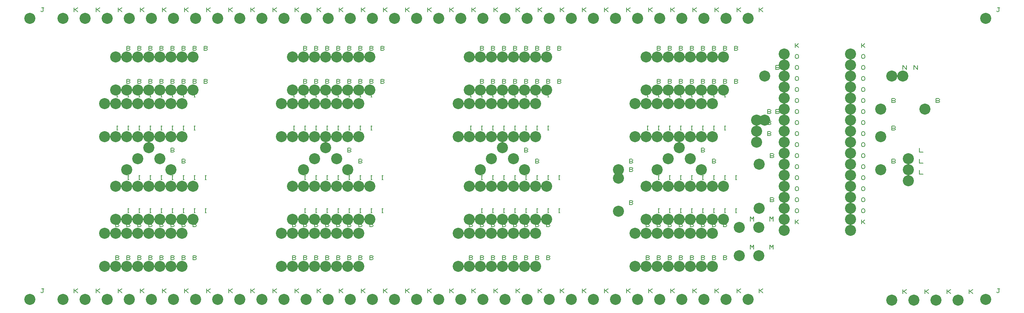
<source format=gbr>
G04 EasyPC Gerber Version 20.0.2 Build 4112 *
G04 #@! TF.Part,Single*
%FSLAX35Y35*%
%MOIN*%
%ADD14C,0.00500*%
%ADD27C,0.10000*%
X0Y0D02*
D02*
D14*
X27750Y44313D02*
X28063Y44000D01*
X28687Y43687*
X29313Y44000*
X29625Y44313*
Y47437*
X30250*
X29625D02*
X28375D01*
X27750Y299313D02*
X28063Y299000D01*
X28687Y298687*
X29313Y299000*
X29625Y299313*
Y302437*
X30250*
X29625D02*
X28375D01*
X57750Y43687D02*
Y47437D01*
Y45563D02*
X58687D01*
X60875Y47437*
X58687Y45563D02*
X60875Y43687D01*
X57750Y298687D02*
Y302437D01*
Y300563D02*
X58687D01*
X60875Y302437*
X58687Y300563D02*
X60875Y298687D01*
X77750Y43687D02*
Y47437D01*
Y45563D02*
X78687D01*
X80875Y47437*
X78687Y45563D02*
X80875Y43687D01*
X77750Y298687D02*
Y302437D01*
Y300563D02*
X78687D01*
X80875Y302437*
X78687Y300563D02*
X80875Y298687D01*
X97437Y75563D02*
X98063Y75250D01*
X98375Y74625*
X98063Y74000*
X97437Y73687*
X95250*
Y77437*
X97437*
X98063Y77125*
X98375Y76500*
X98063Y75875*
X97437Y75563*
X95250*
X97437Y105563D02*
X98063Y105250D01*
X98375Y104625*
X98063Y104000*
X97437Y103687*
X95250*
Y107437*
X97437*
X98063Y107125*
X98375Y106500*
X98063Y105875*
X97437Y105563*
X95250*
X96187Y191187D02*
X97437D01*
X96813D02*
Y194937D01*
X96187D02*
X97437D01*
X96187Y221187D02*
X97437D01*
X96813D02*
Y224937D01*
X96187D02*
X97437D01*
X97750Y43687D02*
Y47437D01*
Y45563D02*
X98687D01*
X100875Y47437*
X98687Y45563D02*
X100875Y43687D01*
X97750Y298687D02*
Y302437D01*
Y300563D02*
X98687D01*
X100875Y302437*
X98687Y300563D02*
X100875Y298687D01*
X107437Y75563D02*
X108063Y75250D01*
X108375Y74625*
X108063Y74000*
X107437Y73687*
X105250*
Y77437*
X107437*
X108063Y77125*
X108375Y76500*
X108063Y75875*
X107437Y75563*
X105250*
X107437Y105563D02*
X108063Y105250D01*
X108375Y104625*
X108063Y104000*
X107437Y103687*
X105250*
Y107437*
X107437*
X108063Y107125*
X108375Y106500*
X108063Y105875*
X107437Y105563*
X105250*
X106187Y116187D02*
X107437D01*
X106813D02*
Y119937D01*
X106187D02*
X107437D01*
X106187Y146187D02*
X107437D01*
X106813D02*
Y149937D01*
X106187D02*
X107437D01*
X106187Y191187D02*
X107437D01*
X106813D02*
Y194937D01*
X106187D02*
X107437D01*
X106187Y221187D02*
X107437D01*
X106813D02*
Y224937D01*
X106187D02*
X107437D01*
Y235563D02*
X108063Y235250D01*
X108375Y234625*
X108063Y234000*
X107437Y233687*
X105250*
Y237437*
X107437*
X108063Y237125*
X108375Y236500*
X108063Y235875*
X107437Y235563*
X105250*
X107437Y265563D02*
X108063Y265250D01*
X108375Y264625*
X108063Y264000*
X107437Y263687*
X105250*
Y267437*
X107437*
X108063Y267125*
X108375Y266500*
X108063Y265875*
X107437Y265563*
X105250*
X117437Y75563D02*
X118063Y75250D01*
X118375Y74625*
X118063Y74000*
X117437Y73687*
X115250*
Y77437*
X117437*
X118063Y77125*
X118375Y76500*
X118063Y75875*
X117437Y75563*
X115250*
X117437Y105563D02*
X118063Y105250D01*
X118375Y104625*
X118063Y104000*
X117437Y103687*
X115250*
Y107437*
X117437*
X118063Y107125*
X118375Y106500*
X118063Y105875*
X117437Y105563*
X115250*
X116187Y116187D02*
X117437D01*
X116813D02*
Y119937D01*
X116187D02*
X117437D01*
X116187Y146187D02*
X117437D01*
X116813D02*
Y149937D01*
X116187D02*
X117437D01*
Y163063D02*
X118063Y162750D01*
X118375Y162125*
X118063Y161500*
X117437Y161187*
X115250*
Y164937*
X117437*
X118063Y164625*
X118375Y164000*
X118063Y163375*
X117437Y163063*
X115250*
X116187Y191187D02*
X117437D01*
X116813D02*
Y194937D01*
X116187D02*
X117437D01*
X116187Y221187D02*
X117437D01*
X116813D02*
Y224937D01*
X116187D02*
X117437D01*
Y235563D02*
X118063Y235250D01*
X118375Y234625*
X118063Y234000*
X117437Y233687*
X115250*
Y237437*
X117437*
X118063Y237125*
X118375Y236500*
X118063Y235875*
X117437Y235563*
X115250*
X117437Y265563D02*
X118063Y265250D01*
X118375Y264625*
X118063Y264000*
X117437Y263687*
X115250*
Y267437*
X117437*
X118063Y267125*
X118375Y266500*
X118063Y265875*
X117437Y265563*
X115250*
X117750Y43687D02*
Y47437D01*
Y45563D02*
X118687D01*
X120875Y47437*
X118687Y45563D02*
X120875Y43687D01*
X117750Y298687D02*
Y302437D01*
Y300563D02*
X118687D01*
X120875Y302437*
X118687Y300563D02*
X120875Y298687D01*
X127437Y75563D02*
X128063Y75250D01*
X128375Y74625*
X128063Y74000*
X127437Y73687*
X125250*
Y77437*
X127437*
X128063Y77125*
X128375Y76500*
X128063Y75875*
X127437Y75563*
X125250*
X127437Y105563D02*
X128063Y105250D01*
X128375Y104625*
X128063Y104000*
X127437Y103687*
X125250*
Y107437*
X127437*
X128063Y107125*
X128375Y106500*
X128063Y105875*
X127437Y105563*
X125250*
X126187Y116187D02*
X127437D01*
X126813D02*
Y119937D01*
X126187D02*
X127437D01*
X126187Y146187D02*
X127437D01*
X126813D02*
Y149937D01*
X126187D02*
X127437D01*
Y173063D02*
X128063Y172750D01*
X128375Y172125*
X128063Y171500*
X127437Y171187*
X125250*
Y174937*
X127437*
X128063Y174625*
X128375Y174000*
X128063Y173375*
X127437Y173063*
X125250*
X126187Y191187D02*
X127437D01*
X126813D02*
Y194937D01*
X126187D02*
X127437D01*
X126187Y221187D02*
X127437D01*
X126813D02*
Y224937D01*
X126187D02*
X127437D01*
Y235563D02*
X128063Y235250D01*
X128375Y234625*
X128063Y234000*
X127437Y233687*
X125250*
Y237437*
X127437*
X128063Y237125*
X128375Y236500*
X128063Y235875*
X127437Y235563*
X125250*
X127437Y265563D02*
X128063Y265250D01*
X128375Y264625*
X128063Y264000*
X127437Y263687*
X125250*
Y267437*
X127437*
X128063Y267125*
X128375Y266500*
X128063Y265875*
X127437Y265563*
X125250*
X137437Y75563D02*
X138063Y75250D01*
X138375Y74625*
X138063Y74000*
X137437Y73687*
X135250*
Y77437*
X137437*
X138063Y77125*
X138375Y76500*
X138063Y75875*
X137437Y75563*
X135250*
X137437Y105563D02*
X138063Y105250D01*
X138375Y104625*
X138063Y104000*
X137437Y103687*
X135250*
Y107437*
X137437*
X138063Y107125*
X138375Y106500*
X138063Y105875*
X137437Y105563*
X135250*
X136187Y116187D02*
X137437D01*
X136813D02*
Y119937D01*
X136187D02*
X137437D01*
X136187Y146187D02*
X137437D01*
X136813D02*
Y149937D01*
X136187D02*
X137437D01*
Y183063D02*
X138063Y182750D01*
X138375Y182125*
X138063Y181500*
X137437Y181187*
X135250*
Y184937*
X137437*
X138063Y184625*
X138375Y184000*
X138063Y183375*
X137437Y183063*
X135250*
X136187Y191187D02*
X137437D01*
X136813D02*
Y194937D01*
X136187D02*
X137437D01*
X136187Y221187D02*
X137437D01*
X136813D02*
Y224937D01*
X136187D02*
X137437D01*
Y235563D02*
X138063Y235250D01*
X138375Y234625*
X138063Y234000*
X137437Y233687*
X135250*
Y237437*
X137437*
X138063Y237125*
X138375Y236500*
X138063Y235875*
X137437Y235563*
X135250*
X137437Y265563D02*
X138063Y265250D01*
X138375Y264625*
X138063Y264000*
X137437Y263687*
X135250*
Y267437*
X137437*
X138063Y267125*
X138375Y266500*
X138063Y265875*
X137437Y265563*
X135250*
X137750Y43687D02*
Y47437D01*
Y45563D02*
X138687D01*
X140875Y47437*
X138687Y45563D02*
X140875Y43687D01*
X137750Y298687D02*
Y302437D01*
Y300563D02*
X138687D01*
X140875Y302437*
X138687Y300563D02*
X140875Y298687D01*
X147437Y75563D02*
X148063Y75250D01*
X148375Y74625*
X148063Y74000*
X147437Y73687*
X145250*
Y77437*
X147437*
X148063Y77125*
X148375Y76500*
X148063Y75875*
X147437Y75563*
X145250*
X147437Y105563D02*
X148063Y105250D01*
X148375Y104625*
X148063Y104000*
X147437Y103687*
X145250*
Y107437*
X147437*
X148063Y107125*
X148375Y106500*
X148063Y105875*
X147437Y105563*
X145250*
X146187Y116187D02*
X147437D01*
X146813D02*
Y119937D01*
X146187D02*
X147437D01*
X146187Y146187D02*
X147437D01*
X146813D02*
Y149937D01*
X146187D02*
X147437D01*
Y173063D02*
X148063Y172750D01*
X148375Y172125*
X148063Y171500*
X147437Y171187*
X145250*
Y174937*
X147437*
X148063Y174625*
X148375Y174000*
X148063Y173375*
X147437Y173063*
X145250*
X146187Y191187D02*
X147437D01*
X146813D02*
Y194937D01*
X146187D02*
X147437D01*
X146187Y221187D02*
X147437D01*
X146813D02*
Y224937D01*
X146187D02*
X147437D01*
Y235563D02*
X148063Y235250D01*
X148375Y234625*
X148063Y234000*
X147437Y233687*
X145250*
Y237437*
X147437*
X148063Y237125*
X148375Y236500*
X148063Y235875*
X147437Y235563*
X145250*
X147437Y265563D02*
X148063Y265250D01*
X148375Y264625*
X148063Y264000*
X147437Y263687*
X145250*
Y267437*
X147437*
X148063Y267125*
X148375Y266500*
X148063Y265875*
X147437Y265563*
X145250*
X157437Y75563D02*
X158063Y75250D01*
X158375Y74625*
X158063Y74000*
X157437Y73687*
X155250*
Y77437*
X157437*
X158063Y77125*
X158375Y76500*
X158063Y75875*
X157437Y75563*
X155250*
X157437Y105563D02*
X158063Y105250D01*
X158375Y104625*
X158063Y104000*
X157437Y103687*
X155250*
Y107437*
X157437*
X158063Y107125*
X158375Y106500*
X158063Y105875*
X157437Y105563*
X155250*
X156187Y116187D02*
X157437D01*
X156813D02*
Y119937D01*
X156187D02*
X157437D01*
X156187Y146187D02*
X157437D01*
X156813D02*
Y149937D01*
X156187D02*
X157437D01*
Y163063D02*
X158063Y162750D01*
X158375Y162125*
X158063Y161500*
X157437Y161187*
X155250*
Y164937*
X157437*
X158063Y164625*
X158375Y164000*
X158063Y163375*
X157437Y163063*
X155250*
X156187Y191187D02*
X157437D01*
X156813D02*
Y194937D01*
X156187D02*
X157437D01*
X156187Y221187D02*
X157437D01*
X156813D02*
Y224937D01*
X156187D02*
X157437D01*
Y235563D02*
X158063Y235250D01*
X158375Y234625*
X158063Y234000*
X157437Y233687*
X155250*
Y237437*
X157437*
X158063Y237125*
X158375Y236500*
X158063Y235875*
X157437Y235563*
X155250*
X157437Y265563D02*
X158063Y265250D01*
X158375Y264625*
X158063Y264000*
X157437Y263687*
X155250*
Y267437*
X157437*
X158063Y267125*
X158375Y266500*
X158063Y265875*
X157437Y265563*
X155250*
X157750Y43687D02*
Y47437D01*
Y45563D02*
X158687D01*
X160875Y47437*
X158687Y45563D02*
X160875Y43687D01*
X157750Y298687D02*
Y302437D01*
Y300563D02*
X158687D01*
X160875Y302437*
X158687Y300563D02*
X160875Y298687D01*
X167437Y75563D02*
X168063Y75250D01*
X168375Y74625*
X168063Y74000*
X167437Y73687*
X165250*
Y77437*
X167437*
X168063Y77125*
X168375Y76500*
X168063Y75875*
X167437Y75563*
X165250*
X167437Y105563D02*
X168063Y105250D01*
X168375Y104625*
X168063Y104000*
X167437Y103687*
X165250*
Y107437*
X167437*
X168063Y107125*
X168375Y106500*
X168063Y105875*
X167437Y105563*
X165250*
X166187Y116187D02*
X167437D01*
X166813D02*
Y119937D01*
X166187D02*
X167437D01*
X166187Y146187D02*
X167437D01*
X166813D02*
Y149937D01*
X166187D02*
X167437D01*
X166187Y191187D02*
X167437D01*
X166813D02*
Y194937D01*
X166187D02*
X167437D01*
X166187Y221187D02*
X167437D01*
X166813D02*
Y224937D01*
X166187D02*
X167437D01*
Y235563D02*
X168063Y235250D01*
X168375Y234625*
X168063Y234000*
X167437Y233687*
X165250*
Y237437*
X167437*
X168063Y237125*
X168375Y236500*
X168063Y235875*
X167437Y235563*
X165250*
X167437Y265563D02*
X168063Y265250D01*
X168375Y264625*
X168063Y264000*
X167437Y263687*
X165250*
Y267437*
X167437*
X168063Y267125*
X168375Y266500*
X168063Y265875*
X167437Y265563*
X165250*
X176187Y116187D02*
X177437D01*
X176813D02*
Y119937D01*
X176187D02*
X177437D01*
X176187Y146187D02*
X177437D01*
X176813D02*
Y149937D01*
X176187D02*
X177437D01*
Y235563D02*
X178063Y235250D01*
X178375Y234625*
X178063Y234000*
X177437Y233687*
X175250*
Y237437*
X177437*
X178063Y237125*
X178375Y236500*
X178063Y235875*
X177437Y235563*
X175250*
X177437Y265563D02*
X178063Y265250D01*
X178375Y264625*
X178063Y264000*
X177437Y263687*
X175250*
Y267437*
X177437*
X178063Y267125*
X178375Y266500*
X178063Y265875*
X177437Y265563*
X175250*
X177750Y43687D02*
Y47437D01*
Y45563D02*
X178687D01*
X180875Y47437*
X178687Y45563D02*
X180875Y43687D01*
X177750Y298687D02*
Y302437D01*
Y300563D02*
X178687D01*
X180875Y302437*
X178687Y300563D02*
X180875Y298687D01*
X197750Y43687D02*
Y47437D01*
Y45563D02*
X198687D01*
X200875Y47437*
X198687Y45563D02*
X200875Y43687D01*
X197750Y298687D02*
Y302437D01*
Y300563D02*
X198687D01*
X200875Y302437*
X198687Y300563D02*
X200875Y298687D01*
X217750Y43687D02*
Y47437D01*
Y45563D02*
X218687D01*
X220875Y47437*
X218687Y45563D02*
X220875Y43687D01*
X217750Y298687D02*
Y302437D01*
Y300563D02*
X218687D01*
X220875Y302437*
X218687Y300563D02*
X220875Y298687D01*
X237750Y43687D02*
Y47437D01*
Y45563D02*
X238687D01*
X240875Y47437*
X238687Y45563D02*
X240875Y43687D01*
X237750Y298687D02*
Y302437D01*
Y300563D02*
X238687D01*
X240875Y302437*
X238687Y300563D02*
X240875Y298687D01*
X257437Y75563D02*
X258063Y75250D01*
X258375Y74625*
X258063Y74000*
X257437Y73687*
X255250*
Y77437*
X257437*
X258063Y77125*
X258375Y76500*
X258063Y75875*
X257437Y75563*
X255250*
X257437Y105563D02*
X258063Y105250D01*
X258375Y104625*
X258063Y104000*
X257437Y103687*
X255250*
Y107437*
X257437*
X258063Y107125*
X258375Y106500*
X258063Y105875*
X257437Y105563*
X255250*
X256187Y191187D02*
X257437D01*
X256813D02*
Y194937D01*
X256187D02*
X257437D01*
X256187Y221187D02*
X257437D01*
X256813D02*
Y224937D01*
X256187D02*
X257437D01*
X257750Y43687D02*
Y47437D01*
Y45563D02*
X258687D01*
X260875Y47437*
X258687Y45563D02*
X260875Y43687D01*
X257750Y298687D02*
Y302437D01*
Y300563D02*
X258687D01*
X260875Y302437*
X258687Y300563D02*
X260875Y298687D01*
X267437Y75563D02*
X268063Y75250D01*
X268375Y74625*
X268063Y74000*
X267437Y73687*
X265250*
Y77437*
X267437*
X268063Y77125*
X268375Y76500*
X268063Y75875*
X267437Y75563*
X265250*
X267437Y105563D02*
X268063Y105250D01*
X268375Y104625*
X268063Y104000*
X267437Y103687*
X265250*
Y107437*
X267437*
X268063Y107125*
X268375Y106500*
X268063Y105875*
X267437Y105563*
X265250*
X266187Y116187D02*
X267437D01*
X266813D02*
Y119937D01*
X266187D02*
X267437D01*
X266187Y146187D02*
X267437D01*
X266813D02*
Y149937D01*
X266187D02*
X267437D01*
X266187Y191187D02*
X267437D01*
X266813D02*
Y194937D01*
X266187D02*
X267437D01*
X266187Y221187D02*
X267437D01*
X266813D02*
Y224937D01*
X266187D02*
X267437D01*
Y235563D02*
X268063Y235250D01*
X268375Y234625*
X268063Y234000*
X267437Y233687*
X265250*
Y237437*
X267437*
X268063Y237125*
X268375Y236500*
X268063Y235875*
X267437Y235563*
X265250*
X267437Y265563D02*
X268063Y265250D01*
X268375Y264625*
X268063Y264000*
X267437Y263687*
X265250*
Y267437*
X267437*
X268063Y267125*
X268375Y266500*
X268063Y265875*
X267437Y265563*
X265250*
X277437Y75563D02*
X278063Y75250D01*
X278375Y74625*
X278063Y74000*
X277437Y73687*
X275250*
Y77437*
X277437*
X278063Y77125*
X278375Y76500*
X278063Y75875*
X277437Y75563*
X275250*
X277437Y105563D02*
X278063Y105250D01*
X278375Y104625*
X278063Y104000*
X277437Y103687*
X275250*
Y107437*
X277437*
X278063Y107125*
X278375Y106500*
X278063Y105875*
X277437Y105563*
X275250*
X276187Y116187D02*
X277437D01*
X276813D02*
Y119937D01*
X276187D02*
X277437D01*
X276187Y146187D02*
X277437D01*
X276813D02*
Y149937D01*
X276187D02*
X277437D01*
Y163063D02*
X278063Y162750D01*
X278375Y162125*
X278063Y161500*
X277437Y161187*
X275250*
Y164937*
X277437*
X278063Y164625*
X278375Y164000*
X278063Y163375*
X277437Y163063*
X275250*
X276187Y191187D02*
X277437D01*
X276813D02*
Y194937D01*
X276187D02*
X277437D01*
X276187Y221187D02*
X277437D01*
X276813D02*
Y224937D01*
X276187D02*
X277437D01*
Y235563D02*
X278063Y235250D01*
X278375Y234625*
X278063Y234000*
X277437Y233687*
X275250*
Y237437*
X277437*
X278063Y237125*
X278375Y236500*
X278063Y235875*
X277437Y235563*
X275250*
X277437Y265563D02*
X278063Y265250D01*
X278375Y264625*
X278063Y264000*
X277437Y263687*
X275250*
Y267437*
X277437*
X278063Y267125*
X278375Y266500*
X278063Y265875*
X277437Y265563*
X275250*
X277750Y43687D02*
Y47437D01*
Y45563D02*
X278687D01*
X280875Y47437*
X278687Y45563D02*
X280875Y43687D01*
X277750Y298687D02*
Y302437D01*
Y300563D02*
X278687D01*
X280875Y302437*
X278687Y300563D02*
X280875Y298687D01*
X287437Y75563D02*
X288063Y75250D01*
X288375Y74625*
X288063Y74000*
X287437Y73687*
X285250*
Y77437*
X287437*
X288063Y77125*
X288375Y76500*
X288063Y75875*
X287437Y75563*
X285250*
X287437Y105563D02*
X288063Y105250D01*
X288375Y104625*
X288063Y104000*
X287437Y103687*
X285250*
Y107437*
X287437*
X288063Y107125*
X288375Y106500*
X288063Y105875*
X287437Y105563*
X285250*
X286187Y116187D02*
X287437D01*
X286813D02*
Y119937D01*
X286187D02*
X287437D01*
X286187Y146187D02*
X287437D01*
X286813D02*
Y149937D01*
X286187D02*
X287437D01*
Y173063D02*
X288063Y172750D01*
X288375Y172125*
X288063Y171500*
X287437Y171187*
X285250*
Y174937*
X287437*
X288063Y174625*
X288375Y174000*
X288063Y173375*
X287437Y173063*
X285250*
X286187Y191187D02*
X287437D01*
X286813D02*
Y194937D01*
X286187D02*
X287437D01*
X286187Y221187D02*
X287437D01*
X286813D02*
Y224937D01*
X286187D02*
X287437D01*
Y235563D02*
X288063Y235250D01*
X288375Y234625*
X288063Y234000*
X287437Y233687*
X285250*
Y237437*
X287437*
X288063Y237125*
X288375Y236500*
X288063Y235875*
X287437Y235563*
X285250*
X287437Y265563D02*
X288063Y265250D01*
X288375Y264625*
X288063Y264000*
X287437Y263687*
X285250*
Y267437*
X287437*
X288063Y267125*
X288375Y266500*
X288063Y265875*
X287437Y265563*
X285250*
X297437Y75563D02*
X298063Y75250D01*
X298375Y74625*
X298063Y74000*
X297437Y73687*
X295250*
Y77437*
X297437*
X298063Y77125*
X298375Y76500*
X298063Y75875*
X297437Y75563*
X295250*
X297437Y105563D02*
X298063Y105250D01*
X298375Y104625*
X298063Y104000*
X297437Y103687*
X295250*
Y107437*
X297437*
X298063Y107125*
X298375Y106500*
X298063Y105875*
X297437Y105563*
X295250*
X296187Y116187D02*
X297437D01*
X296813D02*
Y119937D01*
X296187D02*
X297437D01*
X296187Y146187D02*
X297437D01*
X296813D02*
Y149937D01*
X296187D02*
X297437D01*
Y183063D02*
X298063Y182750D01*
X298375Y182125*
X298063Y181500*
X297437Y181187*
X295250*
Y184937*
X297437*
X298063Y184625*
X298375Y184000*
X298063Y183375*
X297437Y183063*
X295250*
X296187Y191187D02*
X297437D01*
X296813D02*
Y194937D01*
X296187D02*
X297437D01*
X296187Y221187D02*
X297437D01*
X296813D02*
Y224937D01*
X296187D02*
X297437D01*
Y235563D02*
X298063Y235250D01*
X298375Y234625*
X298063Y234000*
X297437Y233687*
X295250*
Y237437*
X297437*
X298063Y237125*
X298375Y236500*
X298063Y235875*
X297437Y235563*
X295250*
X297437Y265563D02*
X298063Y265250D01*
X298375Y264625*
X298063Y264000*
X297437Y263687*
X295250*
Y267437*
X297437*
X298063Y267125*
X298375Y266500*
X298063Y265875*
X297437Y265563*
X295250*
X297750Y43687D02*
Y47437D01*
Y45563D02*
X298687D01*
X300875Y47437*
X298687Y45563D02*
X300875Y43687D01*
X297750Y298687D02*
Y302437D01*
Y300563D02*
X298687D01*
X300875Y302437*
X298687Y300563D02*
X300875Y298687D01*
X307437Y75563D02*
X308063Y75250D01*
X308375Y74625*
X308063Y74000*
X307437Y73687*
X305250*
Y77437*
X307437*
X308063Y77125*
X308375Y76500*
X308063Y75875*
X307437Y75563*
X305250*
X307437Y105563D02*
X308063Y105250D01*
X308375Y104625*
X308063Y104000*
X307437Y103687*
X305250*
Y107437*
X307437*
X308063Y107125*
X308375Y106500*
X308063Y105875*
X307437Y105563*
X305250*
X306187Y116187D02*
X307437D01*
X306813D02*
Y119937D01*
X306187D02*
X307437D01*
X306187Y146187D02*
X307437D01*
X306813D02*
Y149937D01*
X306187D02*
X307437D01*
Y173063D02*
X308063Y172750D01*
X308375Y172125*
X308063Y171500*
X307437Y171187*
X305250*
Y174937*
X307437*
X308063Y174625*
X308375Y174000*
X308063Y173375*
X307437Y173063*
X305250*
X306187Y191187D02*
X307437D01*
X306813D02*
Y194937D01*
X306187D02*
X307437D01*
X306187Y221187D02*
X307437D01*
X306813D02*
Y224937D01*
X306187D02*
X307437D01*
Y235563D02*
X308063Y235250D01*
X308375Y234625*
X308063Y234000*
X307437Y233687*
X305250*
Y237437*
X307437*
X308063Y237125*
X308375Y236500*
X308063Y235875*
X307437Y235563*
X305250*
X307437Y265563D02*
X308063Y265250D01*
X308375Y264625*
X308063Y264000*
X307437Y263687*
X305250*
Y267437*
X307437*
X308063Y267125*
X308375Y266500*
X308063Y265875*
X307437Y265563*
X305250*
X317437Y75563D02*
X318063Y75250D01*
X318375Y74625*
X318063Y74000*
X317437Y73687*
X315250*
Y77437*
X317437*
X318063Y77125*
X318375Y76500*
X318063Y75875*
X317437Y75563*
X315250*
X317437Y105563D02*
X318063Y105250D01*
X318375Y104625*
X318063Y104000*
X317437Y103687*
X315250*
Y107437*
X317437*
X318063Y107125*
X318375Y106500*
X318063Y105875*
X317437Y105563*
X315250*
X316187Y116187D02*
X317437D01*
X316813D02*
Y119937D01*
X316187D02*
X317437D01*
X316187Y146187D02*
X317437D01*
X316813D02*
Y149937D01*
X316187D02*
X317437D01*
Y163063D02*
X318063Y162750D01*
X318375Y162125*
X318063Y161500*
X317437Y161187*
X315250*
Y164937*
X317437*
X318063Y164625*
X318375Y164000*
X318063Y163375*
X317437Y163063*
X315250*
X316187Y191187D02*
X317437D01*
X316813D02*
Y194937D01*
X316187D02*
X317437D01*
X316187Y221187D02*
X317437D01*
X316813D02*
Y224937D01*
X316187D02*
X317437D01*
Y235563D02*
X318063Y235250D01*
X318375Y234625*
X318063Y234000*
X317437Y233687*
X315250*
Y237437*
X317437*
X318063Y237125*
X318375Y236500*
X318063Y235875*
X317437Y235563*
X315250*
X317437Y265563D02*
X318063Y265250D01*
X318375Y264625*
X318063Y264000*
X317437Y263687*
X315250*
Y267437*
X317437*
X318063Y267125*
X318375Y266500*
X318063Y265875*
X317437Y265563*
X315250*
X317750Y43687D02*
Y47437D01*
Y45563D02*
X318687D01*
X320875Y47437*
X318687Y45563D02*
X320875Y43687D01*
X317750Y298687D02*
Y302437D01*
Y300563D02*
X318687D01*
X320875Y302437*
X318687Y300563D02*
X320875Y298687D01*
X327437Y75563D02*
X328063Y75250D01*
X328375Y74625*
X328063Y74000*
X327437Y73687*
X325250*
Y77437*
X327437*
X328063Y77125*
X328375Y76500*
X328063Y75875*
X327437Y75563*
X325250*
X327437Y105563D02*
X328063Y105250D01*
X328375Y104625*
X328063Y104000*
X327437Y103687*
X325250*
Y107437*
X327437*
X328063Y107125*
X328375Y106500*
X328063Y105875*
X327437Y105563*
X325250*
X326187Y116187D02*
X327437D01*
X326813D02*
Y119937D01*
X326187D02*
X327437D01*
X326187Y146187D02*
X327437D01*
X326813D02*
Y149937D01*
X326187D02*
X327437D01*
X326187Y191187D02*
X327437D01*
X326813D02*
Y194937D01*
X326187D02*
X327437D01*
X326187Y221187D02*
X327437D01*
X326813D02*
Y224937D01*
X326187D02*
X327437D01*
Y235563D02*
X328063Y235250D01*
X328375Y234625*
X328063Y234000*
X327437Y233687*
X325250*
Y237437*
X327437*
X328063Y237125*
X328375Y236500*
X328063Y235875*
X327437Y235563*
X325250*
X327437Y265563D02*
X328063Y265250D01*
X328375Y264625*
X328063Y264000*
X327437Y263687*
X325250*
Y267437*
X327437*
X328063Y267125*
X328375Y266500*
X328063Y265875*
X327437Y265563*
X325250*
X336187Y116187D02*
X337437D01*
X336813D02*
Y119937D01*
X336187D02*
X337437D01*
X336187Y146187D02*
X337437D01*
X336813D02*
Y149937D01*
X336187D02*
X337437D01*
Y235563D02*
X338063Y235250D01*
X338375Y234625*
X338063Y234000*
X337437Y233687*
X335250*
Y237437*
X337437*
X338063Y237125*
X338375Y236500*
X338063Y235875*
X337437Y235563*
X335250*
X337437Y265563D02*
X338063Y265250D01*
X338375Y264625*
X338063Y264000*
X337437Y263687*
X335250*
Y267437*
X337437*
X338063Y267125*
X338375Y266500*
X338063Y265875*
X337437Y265563*
X335250*
X337750Y43687D02*
Y47437D01*
Y45563D02*
X338687D01*
X340875Y47437*
X338687Y45563D02*
X340875Y43687D01*
X337750Y298687D02*
Y302437D01*
Y300563D02*
X338687D01*
X340875Y302437*
X338687Y300563D02*
X340875Y298687D01*
X357750Y43687D02*
Y47437D01*
Y45563D02*
X358687D01*
X360875Y47437*
X358687Y45563D02*
X360875Y43687D01*
X357750Y298687D02*
Y302437D01*
Y300563D02*
X358687D01*
X360875Y302437*
X358687Y300563D02*
X360875Y298687D01*
X377750Y43687D02*
Y47437D01*
Y45563D02*
X378687D01*
X380875Y47437*
X378687Y45563D02*
X380875Y43687D01*
X377750Y298687D02*
Y302437D01*
Y300563D02*
X378687D01*
X380875Y302437*
X378687Y300563D02*
X380875Y298687D01*
X397750Y43687D02*
Y47437D01*
Y45563D02*
X398687D01*
X400875Y47437*
X398687Y45563D02*
X400875Y43687D01*
X397750Y298687D02*
Y302437D01*
Y300563D02*
X398687D01*
X400875Y302437*
X398687Y300563D02*
X400875Y298687D01*
X417437Y75563D02*
X418063Y75250D01*
X418375Y74625*
X418063Y74000*
X417437Y73687*
X415250*
Y77437*
X417437*
X418063Y77125*
X418375Y76500*
X418063Y75875*
X417437Y75563*
X415250*
X417437Y105563D02*
X418063Y105250D01*
X418375Y104625*
X418063Y104000*
X417437Y103687*
X415250*
Y107437*
X417437*
X418063Y107125*
X418375Y106500*
X418063Y105875*
X417437Y105563*
X415250*
X416187Y191187D02*
X417437D01*
X416813D02*
Y194937D01*
X416187D02*
X417437D01*
X416187Y221187D02*
X417437D01*
X416813D02*
Y224937D01*
X416187D02*
X417437D01*
X417750Y43687D02*
Y47437D01*
Y45563D02*
X418687D01*
X420875Y47437*
X418687Y45563D02*
X420875Y43687D01*
X417750Y298687D02*
Y302437D01*
Y300563D02*
X418687D01*
X420875Y302437*
X418687Y300563D02*
X420875Y298687D01*
X427437Y75563D02*
X428063Y75250D01*
X428375Y74625*
X428063Y74000*
X427437Y73687*
X425250*
Y77437*
X427437*
X428063Y77125*
X428375Y76500*
X428063Y75875*
X427437Y75563*
X425250*
X427437Y105563D02*
X428063Y105250D01*
X428375Y104625*
X428063Y104000*
X427437Y103687*
X425250*
Y107437*
X427437*
X428063Y107125*
X428375Y106500*
X428063Y105875*
X427437Y105563*
X425250*
X426187Y116187D02*
X427437D01*
X426813D02*
Y119937D01*
X426187D02*
X427437D01*
X426187Y146187D02*
X427437D01*
X426813D02*
Y149937D01*
X426187D02*
X427437D01*
X426187Y191187D02*
X427437D01*
X426813D02*
Y194937D01*
X426187D02*
X427437D01*
X426187Y221187D02*
X427437D01*
X426813D02*
Y224937D01*
X426187D02*
X427437D01*
Y235563D02*
X428063Y235250D01*
X428375Y234625*
X428063Y234000*
X427437Y233687*
X425250*
Y237437*
X427437*
X428063Y237125*
X428375Y236500*
X428063Y235875*
X427437Y235563*
X425250*
X427437Y265563D02*
X428063Y265250D01*
X428375Y264625*
X428063Y264000*
X427437Y263687*
X425250*
Y267437*
X427437*
X428063Y267125*
X428375Y266500*
X428063Y265875*
X427437Y265563*
X425250*
X437437Y75563D02*
X438063Y75250D01*
X438375Y74625*
X438063Y74000*
X437437Y73687*
X435250*
Y77437*
X437437*
X438063Y77125*
X438375Y76500*
X438063Y75875*
X437437Y75563*
X435250*
X437437Y105563D02*
X438063Y105250D01*
X438375Y104625*
X438063Y104000*
X437437Y103687*
X435250*
Y107437*
X437437*
X438063Y107125*
X438375Y106500*
X438063Y105875*
X437437Y105563*
X435250*
X436187Y116187D02*
X437437D01*
X436813D02*
Y119937D01*
X436187D02*
X437437D01*
X436187Y146187D02*
X437437D01*
X436813D02*
Y149937D01*
X436187D02*
X437437D01*
Y163063D02*
X438063Y162750D01*
X438375Y162125*
X438063Y161500*
X437437Y161187*
X435250*
Y164937*
X437437*
X438063Y164625*
X438375Y164000*
X438063Y163375*
X437437Y163063*
X435250*
X436187Y191187D02*
X437437D01*
X436813D02*
Y194937D01*
X436187D02*
X437437D01*
X436187Y221187D02*
X437437D01*
X436813D02*
Y224937D01*
X436187D02*
X437437D01*
Y235563D02*
X438063Y235250D01*
X438375Y234625*
X438063Y234000*
X437437Y233687*
X435250*
Y237437*
X437437*
X438063Y237125*
X438375Y236500*
X438063Y235875*
X437437Y235563*
X435250*
X437437Y265563D02*
X438063Y265250D01*
X438375Y264625*
X438063Y264000*
X437437Y263687*
X435250*
Y267437*
X437437*
X438063Y267125*
X438375Y266500*
X438063Y265875*
X437437Y265563*
X435250*
X437750Y43687D02*
Y47437D01*
Y45563D02*
X438687D01*
X440875Y47437*
X438687Y45563D02*
X440875Y43687D01*
X437750Y298687D02*
Y302437D01*
Y300563D02*
X438687D01*
X440875Y302437*
X438687Y300563D02*
X440875Y298687D01*
X447437Y75563D02*
X448063Y75250D01*
X448375Y74625*
X448063Y74000*
X447437Y73687*
X445250*
Y77437*
X447437*
X448063Y77125*
X448375Y76500*
X448063Y75875*
X447437Y75563*
X445250*
X447437Y105563D02*
X448063Y105250D01*
X448375Y104625*
X448063Y104000*
X447437Y103687*
X445250*
Y107437*
X447437*
X448063Y107125*
X448375Y106500*
X448063Y105875*
X447437Y105563*
X445250*
X446187Y116187D02*
X447437D01*
X446813D02*
Y119937D01*
X446187D02*
X447437D01*
X446187Y146187D02*
X447437D01*
X446813D02*
Y149937D01*
X446187D02*
X447437D01*
Y173063D02*
X448063Y172750D01*
X448375Y172125*
X448063Y171500*
X447437Y171187*
X445250*
Y174937*
X447437*
X448063Y174625*
X448375Y174000*
X448063Y173375*
X447437Y173063*
X445250*
X446187Y191187D02*
X447437D01*
X446813D02*
Y194937D01*
X446187D02*
X447437D01*
X446187Y221187D02*
X447437D01*
X446813D02*
Y224937D01*
X446187D02*
X447437D01*
Y235563D02*
X448063Y235250D01*
X448375Y234625*
X448063Y234000*
X447437Y233687*
X445250*
Y237437*
X447437*
X448063Y237125*
X448375Y236500*
X448063Y235875*
X447437Y235563*
X445250*
X447437Y265563D02*
X448063Y265250D01*
X448375Y264625*
X448063Y264000*
X447437Y263687*
X445250*
Y267437*
X447437*
X448063Y267125*
X448375Y266500*
X448063Y265875*
X447437Y265563*
X445250*
X457437Y75563D02*
X458063Y75250D01*
X458375Y74625*
X458063Y74000*
X457437Y73687*
X455250*
Y77437*
X457437*
X458063Y77125*
X458375Y76500*
X458063Y75875*
X457437Y75563*
X455250*
X457437Y105563D02*
X458063Y105250D01*
X458375Y104625*
X458063Y104000*
X457437Y103687*
X455250*
Y107437*
X457437*
X458063Y107125*
X458375Y106500*
X458063Y105875*
X457437Y105563*
X455250*
X456187Y116187D02*
X457437D01*
X456813D02*
Y119937D01*
X456187D02*
X457437D01*
X456187Y146187D02*
X457437D01*
X456813D02*
Y149937D01*
X456187D02*
X457437D01*
Y183063D02*
X458063Y182750D01*
X458375Y182125*
X458063Y181500*
X457437Y181187*
X455250*
Y184937*
X457437*
X458063Y184625*
X458375Y184000*
X458063Y183375*
X457437Y183063*
X455250*
X456187Y191187D02*
X457437D01*
X456813D02*
Y194937D01*
X456187D02*
X457437D01*
X456187Y221187D02*
X457437D01*
X456813D02*
Y224937D01*
X456187D02*
X457437D01*
Y235563D02*
X458063Y235250D01*
X458375Y234625*
X458063Y234000*
X457437Y233687*
X455250*
Y237437*
X457437*
X458063Y237125*
X458375Y236500*
X458063Y235875*
X457437Y235563*
X455250*
X457437Y265563D02*
X458063Y265250D01*
X458375Y264625*
X458063Y264000*
X457437Y263687*
X455250*
Y267437*
X457437*
X458063Y267125*
X458375Y266500*
X458063Y265875*
X457437Y265563*
X455250*
X457750Y43687D02*
Y47437D01*
Y45563D02*
X458687D01*
X460875Y47437*
X458687Y45563D02*
X460875Y43687D01*
X457750Y298687D02*
Y302437D01*
Y300563D02*
X458687D01*
X460875Y302437*
X458687Y300563D02*
X460875Y298687D01*
X467437Y75563D02*
X468063Y75250D01*
X468375Y74625*
X468063Y74000*
X467437Y73687*
X465250*
Y77437*
X467437*
X468063Y77125*
X468375Y76500*
X468063Y75875*
X467437Y75563*
X465250*
X467437Y105563D02*
X468063Y105250D01*
X468375Y104625*
X468063Y104000*
X467437Y103687*
X465250*
Y107437*
X467437*
X468063Y107125*
X468375Y106500*
X468063Y105875*
X467437Y105563*
X465250*
X466187Y116187D02*
X467437D01*
X466813D02*
Y119937D01*
X466187D02*
X467437D01*
X466187Y146187D02*
X467437D01*
X466813D02*
Y149937D01*
X466187D02*
X467437D01*
Y173063D02*
X468063Y172750D01*
X468375Y172125*
X468063Y171500*
X467437Y171187*
X465250*
Y174937*
X467437*
X468063Y174625*
X468375Y174000*
X468063Y173375*
X467437Y173063*
X465250*
X466187Y191187D02*
X467437D01*
X466813D02*
Y194937D01*
X466187D02*
X467437D01*
X466187Y221187D02*
X467437D01*
X466813D02*
Y224937D01*
X466187D02*
X467437D01*
Y235563D02*
X468063Y235250D01*
X468375Y234625*
X468063Y234000*
X467437Y233687*
X465250*
Y237437*
X467437*
X468063Y237125*
X468375Y236500*
X468063Y235875*
X467437Y235563*
X465250*
X467437Y265563D02*
X468063Y265250D01*
X468375Y264625*
X468063Y264000*
X467437Y263687*
X465250*
Y267437*
X467437*
X468063Y267125*
X468375Y266500*
X468063Y265875*
X467437Y265563*
X465250*
X477437Y75563D02*
X478063Y75250D01*
X478375Y74625*
X478063Y74000*
X477437Y73687*
X475250*
Y77437*
X477437*
X478063Y77125*
X478375Y76500*
X478063Y75875*
X477437Y75563*
X475250*
X477437Y105563D02*
X478063Y105250D01*
X478375Y104625*
X478063Y104000*
X477437Y103687*
X475250*
Y107437*
X477437*
X478063Y107125*
X478375Y106500*
X478063Y105875*
X477437Y105563*
X475250*
X476187Y116187D02*
X477437D01*
X476813D02*
Y119937D01*
X476187D02*
X477437D01*
X476187Y146187D02*
X477437D01*
X476813D02*
Y149937D01*
X476187D02*
X477437D01*
Y163063D02*
X478063Y162750D01*
X478375Y162125*
X478063Y161500*
X477437Y161187*
X475250*
Y164937*
X477437*
X478063Y164625*
X478375Y164000*
X478063Y163375*
X477437Y163063*
X475250*
X476187Y191187D02*
X477437D01*
X476813D02*
Y194937D01*
X476187D02*
X477437D01*
X476187Y221187D02*
X477437D01*
X476813D02*
Y224937D01*
X476187D02*
X477437D01*
Y235563D02*
X478063Y235250D01*
X478375Y234625*
X478063Y234000*
X477437Y233687*
X475250*
Y237437*
X477437*
X478063Y237125*
X478375Y236500*
X478063Y235875*
X477437Y235563*
X475250*
X477437Y265563D02*
X478063Y265250D01*
X478375Y264625*
X478063Y264000*
X477437Y263687*
X475250*
Y267437*
X477437*
X478063Y267125*
X478375Y266500*
X478063Y265875*
X477437Y265563*
X475250*
X477750Y43687D02*
Y47437D01*
Y45563D02*
X478687D01*
X480875Y47437*
X478687Y45563D02*
X480875Y43687D01*
X477750Y298687D02*
Y302437D01*
Y300563D02*
X478687D01*
X480875Y302437*
X478687Y300563D02*
X480875Y298687D01*
X487437Y75563D02*
X488063Y75250D01*
X488375Y74625*
X488063Y74000*
X487437Y73687*
X485250*
Y77437*
X487437*
X488063Y77125*
X488375Y76500*
X488063Y75875*
X487437Y75563*
X485250*
X487437Y105563D02*
X488063Y105250D01*
X488375Y104625*
X488063Y104000*
X487437Y103687*
X485250*
Y107437*
X487437*
X488063Y107125*
X488375Y106500*
X488063Y105875*
X487437Y105563*
X485250*
X486187Y116187D02*
X487437D01*
X486813D02*
Y119937D01*
X486187D02*
X487437D01*
X486187Y146187D02*
X487437D01*
X486813D02*
Y149937D01*
X486187D02*
X487437D01*
X486187Y191187D02*
X487437D01*
X486813D02*
Y194937D01*
X486187D02*
X487437D01*
X486187Y221187D02*
X487437D01*
X486813D02*
Y224937D01*
X486187D02*
X487437D01*
Y235563D02*
X488063Y235250D01*
X488375Y234625*
X488063Y234000*
X487437Y233687*
X485250*
Y237437*
X487437*
X488063Y237125*
X488375Y236500*
X488063Y235875*
X487437Y235563*
X485250*
X487437Y265563D02*
X488063Y265250D01*
X488375Y264625*
X488063Y264000*
X487437Y263687*
X485250*
Y267437*
X487437*
X488063Y267125*
X488375Y266500*
X488063Y265875*
X487437Y265563*
X485250*
X496187Y116187D02*
X497437D01*
X496813D02*
Y119937D01*
X496187D02*
X497437D01*
X496187Y146187D02*
X497437D01*
X496813D02*
Y149937D01*
X496187D02*
X497437D01*
Y235563D02*
X498063Y235250D01*
X498375Y234625*
X498063Y234000*
X497437Y233687*
X495250*
Y237437*
X497437*
X498063Y237125*
X498375Y236500*
X498063Y235875*
X497437Y235563*
X495250*
X497437Y265563D02*
X498063Y265250D01*
X498375Y264625*
X498063Y264000*
X497437Y263687*
X495250*
Y267437*
X497437*
X498063Y267125*
X498375Y266500*
X498063Y265875*
X497437Y265563*
X495250*
X497750Y43687D02*
Y47437D01*
Y45563D02*
X498687D01*
X500875Y47437*
X498687Y45563D02*
X500875Y43687D01*
X497750Y298687D02*
Y302437D01*
Y300563D02*
X498687D01*
X500875Y302437*
X498687Y300563D02*
X500875Y298687D01*
X517750Y43687D02*
Y47437D01*
Y45563D02*
X518687D01*
X520875Y47437*
X518687Y45563D02*
X520875Y43687D01*
X517750Y298687D02*
Y302437D01*
Y300563D02*
X518687D01*
X520875Y302437*
X518687Y300563D02*
X520875Y298687D01*
X537750Y43687D02*
Y47437D01*
Y45563D02*
X538687D01*
X540875Y47437*
X538687Y45563D02*
X540875Y43687D01*
X537750Y298687D02*
Y302437D01*
Y300563D02*
X538687D01*
X540875Y302437*
X538687Y300563D02*
X540875Y298687D01*
X557750Y43687D02*
Y47437D01*
Y45563D02*
X558687D01*
X560875Y47437*
X558687Y45563D02*
X560875Y43687D01*
X557750Y298687D02*
Y302437D01*
Y300563D02*
X558687D01*
X560875Y302437*
X558687Y300563D02*
X560875Y298687D01*
X562437Y125563D02*
X563063Y125250D01*
X563375Y124625*
X563063Y124000*
X562437Y123687*
X560250*
Y127437*
X562437*
X563063Y127125*
X563375Y126500*
X563063Y125875*
X562437Y125563*
X560250*
X562437Y155563D02*
X563063Y155250D01*
X563375Y154625*
X563063Y154000*
X562437Y153687*
X560250*
Y157437*
X562437*
X563063Y157125*
X563375Y156500*
X563063Y155875*
X562437Y155563*
X560250*
X562437Y163063D02*
X563063Y162750D01*
X563375Y162125*
X563063Y161500*
X562437Y161187*
X560250*
Y164937*
X562437*
X563063Y164625*
X563375Y164000*
X563063Y163375*
X562437Y163063*
X560250*
X577437Y75563D02*
X578063Y75250D01*
X578375Y74625*
X578063Y74000*
X577437Y73687*
X575250*
Y77437*
X577437*
X578063Y77125*
X578375Y76500*
X578063Y75875*
X577437Y75563*
X575250*
X577437Y105563D02*
X578063Y105250D01*
X578375Y104625*
X578063Y104000*
X577437Y103687*
X575250*
Y107437*
X577437*
X578063Y107125*
X578375Y106500*
X578063Y105875*
X577437Y105563*
X575250*
X576187Y191187D02*
X577437D01*
X576813D02*
Y194937D01*
X576187D02*
X577437D01*
X576187Y221187D02*
X577437D01*
X576813D02*
Y224937D01*
X576187D02*
X577437D01*
X577750Y43687D02*
Y47437D01*
Y45563D02*
X578687D01*
X580875Y47437*
X578687Y45563D02*
X580875Y43687D01*
X577750Y298687D02*
Y302437D01*
Y300563D02*
X578687D01*
X580875Y302437*
X578687Y300563D02*
X580875Y298687D01*
X587437Y75563D02*
X588063Y75250D01*
X588375Y74625*
X588063Y74000*
X587437Y73687*
X585250*
Y77437*
X587437*
X588063Y77125*
X588375Y76500*
X588063Y75875*
X587437Y75563*
X585250*
X587437Y105563D02*
X588063Y105250D01*
X588375Y104625*
X588063Y104000*
X587437Y103687*
X585250*
Y107437*
X587437*
X588063Y107125*
X588375Y106500*
X588063Y105875*
X587437Y105563*
X585250*
X586187Y116187D02*
X587437D01*
X586813D02*
Y119937D01*
X586187D02*
X587437D01*
X586187Y146187D02*
X587437D01*
X586813D02*
Y149937D01*
X586187D02*
X587437D01*
X586187Y191187D02*
X587437D01*
X586813D02*
Y194937D01*
X586187D02*
X587437D01*
X586187Y221187D02*
X587437D01*
X586813D02*
Y224937D01*
X586187D02*
X587437D01*
Y235563D02*
X588063Y235250D01*
X588375Y234625*
X588063Y234000*
X587437Y233687*
X585250*
Y237437*
X587437*
X588063Y237125*
X588375Y236500*
X588063Y235875*
X587437Y235563*
X585250*
X587437Y265563D02*
X588063Y265250D01*
X588375Y264625*
X588063Y264000*
X587437Y263687*
X585250*
Y267437*
X587437*
X588063Y267125*
X588375Y266500*
X588063Y265875*
X587437Y265563*
X585250*
X597437Y75563D02*
X598063Y75250D01*
X598375Y74625*
X598063Y74000*
X597437Y73687*
X595250*
Y77437*
X597437*
X598063Y77125*
X598375Y76500*
X598063Y75875*
X597437Y75563*
X595250*
X597437Y105563D02*
X598063Y105250D01*
X598375Y104625*
X598063Y104000*
X597437Y103687*
X595250*
Y107437*
X597437*
X598063Y107125*
X598375Y106500*
X598063Y105875*
X597437Y105563*
X595250*
X596187Y116187D02*
X597437D01*
X596813D02*
Y119937D01*
X596187D02*
X597437D01*
X596187Y146187D02*
X597437D01*
X596813D02*
Y149937D01*
X596187D02*
X597437D01*
Y163063D02*
X598063Y162750D01*
X598375Y162125*
X598063Y161500*
X597437Y161187*
X595250*
Y164937*
X597437*
X598063Y164625*
X598375Y164000*
X598063Y163375*
X597437Y163063*
X595250*
X596187Y191187D02*
X597437D01*
X596813D02*
Y194937D01*
X596187D02*
X597437D01*
X596187Y221187D02*
X597437D01*
X596813D02*
Y224937D01*
X596187D02*
X597437D01*
Y235563D02*
X598063Y235250D01*
X598375Y234625*
X598063Y234000*
X597437Y233687*
X595250*
Y237437*
X597437*
X598063Y237125*
X598375Y236500*
X598063Y235875*
X597437Y235563*
X595250*
X597437Y265563D02*
X598063Y265250D01*
X598375Y264625*
X598063Y264000*
X597437Y263687*
X595250*
Y267437*
X597437*
X598063Y267125*
X598375Y266500*
X598063Y265875*
X597437Y265563*
X595250*
X597750Y43687D02*
Y47437D01*
Y45563D02*
X598687D01*
X600875Y47437*
X598687Y45563D02*
X600875Y43687D01*
X597750Y298687D02*
Y302437D01*
Y300563D02*
X598687D01*
X600875Y302437*
X598687Y300563D02*
X600875Y298687D01*
X607437Y75563D02*
X608063Y75250D01*
X608375Y74625*
X608063Y74000*
X607437Y73687*
X605250*
Y77437*
X607437*
X608063Y77125*
X608375Y76500*
X608063Y75875*
X607437Y75563*
X605250*
X607437Y105563D02*
X608063Y105250D01*
X608375Y104625*
X608063Y104000*
X607437Y103687*
X605250*
Y107437*
X607437*
X608063Y107125*
X608375Y106500*
X608063Y105875*
X607437Y105563*
X605250*
X606187Y116187D02*
X607437D01*
X606813D02*
Y119937D01*
X606187D02*
X607437D01*
X606187Y146187D02*
X607437D01*
X606813D02*
Y149937D01*
X606187D02*
X607437D01*
Y173063D02*
X608063Y172750D01*
X608375Y172125*
X608063Y171500*
X607437Y171187*
X605250*
Y174937*
X607437*
X608063Y174625*
X608375Y174000*
X608063Y173375*
X607437Y173063*
X605250*
X606187Y191187D02*
X607437D01*
X606813D02*
Y194937D01*
X606187D02*
X607437D01*
X606187Y221187D02*
X607437D01*
X606813D02*
Y224937D01*
X606187D02*
X607437D01*
Y235563D02*
X608063Y235250D01*
X608375Y234625*
X608063Y234000*
X607437Y233687*
X605250*
Y237437*
X607437*
X608063Y237125*
X608375Y236500*
X608063Y235875*
X607437Y235563*
X605250*
X607437Y265563D02*
X608063Y265250D01*
X608375Y264625*
X608063Y264000*
X607437Y263687*
X605250*
Y267437*
X607437*
X608063Y267125*
X608375Y266500*
X608063Y265875*
X607437Y265563*
X605250*
X617437Y75563D02*
X618063Y75250D01*
X618375Y74625*
X618063Y74000*
X617437Y73687*
X615250*
Y77437*
X617437*
X618063Y77125*
X618375Y76500*
X618063Y75875*
X617437Y75563*
X615250*
X617437Y105563D02*
X618063Y105250D01*
X618375Y104625*
X618063Y104000*
X617437Y103687*
X615250*
Y107437*
X617437*
X618063Y107125*
X618375Y106500*
X618063Y105875*
X617437Y105563*
X615250*
X616187Y116187D02*
X617437D01*
X616813D02*
Y119937D01*
X616187D02*
X617437D01*
X616187Y146187D02*
X617437D01*
X616813D02*
Y149937D01*
X616187D02*
X617437D01*
Y183063D02*
X618063Y182750D01*
X618375Y182125*
X618063Y181500*
X617437Y181187*
X615250*
Y184937*
X617437*
X618063Y184625*
X618375Y184000*
X618063Y183375*
X617437Y183063*
X615250*
X616187Y191187D02*
X617437D01*
X616813D02*
Y194937D01*
X616187D02*
X617437D01*
X616187Y221187D02*
X617437D01*
X616813D02*
Y224937D01*
X616187D02*
X617437D01*
Y235563D02*
X618063Y235250D01*
X618375Y234625*
X618063Y234000*
X617437Y233687*
X615250*
Y237437*
X617437*
X618063Y237125*
X618375Y236500*
X618063Y235875*
X617437Y235563*
X615250*
X617437Y265563D02*
X618063Y265250D01*
X618375Y264625*
X618063Y264000*
X617437Y263687*
X615250*
Y267437*
X617437*
X618063Y267125*
X618375Y266500*
X618063Y265875*
X617437Y265563*
X615250*
X617750Y43687D02*
Y47437D01*
Y45563D02*
X618687D01*
X620875Y47437*
X618687Y45563D02*
X620875Y43687D01*
X617750Y298687D02*
Y302437D01*
Y300563D02*
X618687D01*
X620875Y302437*
X618687Y300563D02*
X620875Y298687D01*
X627437Y75563D02*
X628063Y75250D01*
X628375Y74625*
X628063Y74000*
X627437Y73687*
X625250*
Y77437*
X627437*
X628063Y77125*
X628375Y76500*
X628063Y75875*
X627437Y75563*
X625250*
X627437Y105563D02*
X628063Y105250D01*
X628375Y104625*
X628063Y104000*
X627437Y103687*
X625250*
Y107437*
X627437*
X628063Y107125*
X628375Y106500*
X628063Y105875*
X627437Y105563*
X625250*
X626187Y116187D02*
X627437D01*
X626813D02*
Y119937D01*
X626187D02*
X627437D01*
X626187Y146187D02*
X627437D01*
X626813D02*
Y149937D01*
X626187D02*
X627437D01*
Y173063D02*
X628063Y172750D01*
X628375Y172125*
X628063Y171500*
X627437Y171187*
X625250*
Y174937*
X627437*
X628063Y174625*
X628375Y174000*
X628063Y173375*
X627437Y173063*
X625250*
X626187Y191187D02*
X627437D01*
X626813D02*
Y194937D01*
X626187D02*
X627437D01*
X626187Y221187D02*
X627437D01*
X626813D02*
Y224937D01*
X626187D02*
X627437D01*
Y235563D02*
X628063Y235250D01*
X628375Y234625*
X628063Y234000*
X627437Y233687*
X625250*
Y237437*
X627437*
X628063Y237125*
X628375Y236500*
X628063Y235875*
X627437Y235563*
X625250*
X627437Y265563D02*
X628063Y265250D01*
X628375Y264625*
X628063Y264000*
X627437Y263687*
X625250*
Y267437*
X627437*
X628063Y267125*
X628375Y266500*
X628063Y265875*
X627437Y265563*
X625250*
X637437Y75563D02*
X638063Y75250D01*
X638375Y74625*
X638063Y74000*
X637437Y73687*
X635250*
Y77437*
X637437*
X638063Y77125*
X638375Y76500*
X638063Y75875*
X637437Y75563*
X635250*
X637437Y105563D02*
X638063Y105250D01*
X638375Y104625*
X638063Y104000*
X637437Y103687*
X635250*
Y107437*
X637437*
X638063Y107125*
X638375Y106500*
X638063Y105875*
X637437Y105563*
X635250*
X636187Y116187D02*
X637437D01*
X636813D02*
Y119937D01*
X636187D02*
X637437D01*
X636187Y146187D02*
X637437D01*
X636813D02*
Y149937D01*
X636187D02*
X637437D01*
Y163063D02*
X638063Y162750D01*
X638375Y162125*
X638063Y161500*
X637437Y161187*
X635250*
Y164937*
X637437*
X638063Y164625*
X638375Y164000*
X638063Y163375*
X637437Y163063*
X635250*
X636187Y191187D02*
X637437D01*
X636813D02*
Y194937D01*
X636187D02*
X637437D01*
X636187Y221187D02*
X637437D01*
X636813D02*
Y224937D01*
X636187D02*
X637437D01*
Y235563D02*
X638063Y235250D01*
X638375Y234625*
X638063Y234000*
X637437Y233687*
X635250*
Y237437*
X637437*
X638063Y237125*
X638375Y236500*
X638063Y235875*
X637437Y235563*
X635250*
X637437Y265563D02*
X638063Y265250D01*
X638375Y264625*
X638063Y264000*
X637437Y263687*
X635250*
Y267437*
X637437*
X638063Y267125*
X638375Y266500*
X638063Y265875*
X637437Y265563*
X635250*
X637750Y43687D02*
Y47437D01*
Y45563D02*
X638687D01*
X640875Y47437*
X638687Y45563D02*
X640875Y43687D01*
X637750Y298687D02*
Y302437D01*
Y300563D02*
X638687D01*
X640875Y302437*
X638687Y300563D02*
X640875Y298687D01*
X647437Y75563D02*
X648063Y75250D01*
X648375Y74625*
X648063Y74000*
X647437Y73687*
X645250*
Y77437*
X647437*
X648063Y77125*
X648375Y76500*
X648063Y75875*
X647437Y75563*
X645250*
X647437Y105563D02*
X648063Y105250D01*
X648375Y104625*
X648063Y104000*
X647437Y103687*
X645250*
Y107437*
X647437*
X648063Y107125*
X648375Y106500*
X648063Y105875*
X647437Y105563*
X645250*
X646187Y116187D02*
X647437D01*
X646813D02*
Y119937D01*
X646187D02*
X647437D01*
X646187Y146187D02*
X647437D01*
X646813D02*
Y149937D01*
X646187D02*
X647437D01*
X646187Y191187D02*
X647437D01*
X646813D02*
Y194937D01*
X646187D02*
X647437D01*
X646187Y221187D02*
X647437D01*
X646813D02*
Y224937D01*
X646187D02*
X647437D01*
Y235563D02*
X648063Y235250D01*
X648375Y234625*
X648063Y234000*
X647437Y233687*
X645250*
Y237437*
X647437*
X648063Y237125*
X648375Y236500*
X648063Y235875*
X647437Y235563*
X645250*
X647437Y265563D02*
X648063Y265250D01*
X648375Y264625*
X648063Y264000*
X647437Y263687*
X645250*
Y267437*
X647437*
X648063Y267125*
X648375Y266500*
X648063Y265875*
X647437Y265563*
X645250*
X656187Y116187D02*
X657437D01*
X656813D02*
Y119937D01*
X656187D02*
X657437D01*
X656187Y146187D02*
X657437D01*
X656813D02*
Y149937D01*
X656187D02*
X657437D01*
Y235563D02*
X658063Y235250D01*
X658375Y234625*
X658063Y234000*
X657437Y233687*
X655250*
Y237437*
X657437*
X658063Y237125*
X658375Y236500*
X658063Y235875*
X657437Y235563*
X655250*
X657437Y265563D02*
X658063Y265250D01*
X658375Y264625*
X658063Y264000*
X657437Y263687*
X655250*
Y267437*
X657437*
X658063Y267125*
X658375Y266500*
X658063Y265875*
X657437Y265563*
X655250*
X657750Y43687D02*
Y47437D01*
Y45563D02*
X658687D01*
X660875Y47437*
X658687Y45563D02*
X660875Y43687D01*
X657750Y298687D02*
Y302437D01*
Y300563D02*
X658687D01*
X660875Y302437*
X658687Y300563D02*
X660875Y298687D01*
X669640Y83215D02*
Y86965D01*
X671202Y85090*
X672765Y86965*
Y83215*
X669640Y108806D02*
Y112556D01*
X671202Y110681*
X672765Y112556*
Y108806*
X677750Y43687D02*
Y47437D01*
Y45563D02*
X678687D01*
X680875Y47437*
X678687Y45563D02*
X680875Y43687D01*
X677750Y298687D02*
Y302437D01*
Y300563D02*
X678687D01*
X680875Y302437*
X678687Y300563D02*
X680875Y298687D01*
X687437Y188063D02*
X688063Y187750D01*
X688375Y187125*
X688063Y186500*
X687437Y186187*
X685250*
Y189937*
X687437*
X688063Y189625*
X688375Y189000*
X688063Y188375*
X687437Y188063*
X685250*
X687437Y198063D02*
X688063Y197750D01*
X688375Y197125*
X688063Y196500*
X687437Y196187*
X685250*
Y199937*
X687437*
X688063Y199625*
X688375Y199000*
X688063Y198375*
X687437Y198063*
X685250*
X687437Y208063D02*
X688063Y207750D01*
X688375Y207125*
X688063Y206500*
X687437Y206187*
X685250*
Y209937*
X687437*
X688063Y209625*
X688375Y209000*
X688063Y208375*
X687437Y208063*
X685250*
X687356Y83215D02*
Y86965D01*
X688919Y85090*
X690481Y86965*
Y83215*
X687356Y108806D02*
Y112556D01*
X688919Y110681*
X690481Y112556*
Y108806*
X689937Y128063D02*
X690563Y127750D01*
X690875Y127125*
X690563Y126500*
X689937Y126187*
X687750*
Y129937*
X689937*
X690563Y129625*
X690875Y129000*
X690563Y128375*
X689937Y128063*
X687750*
X689937Y168063D02*
X690563Y167750D01*
X690875Y167125*
X690563Y166500*
X689937Y166187*
X687750*
Y169937*
X689937*
X690563Y169625*
X690875Y169000*
X690563Y168375*
X689937Y168063*
X687750*
X694937Y208063D02*
X695563Y207750D01*
X695875Y207125*
X695563Y206500*
X694937Y206187*
X692750*
Y209937*
X694937*
X695563Y209625*
X695875Y209000*
X695563Y208375*
X694937Y208063*
X692750*
X694937Y248063D02*
X695563Y247750D01*
X695875Y247125*
X695563Y246500*
X694937Y246187*
X692750*
Y249937*
X694937*
X695563Y249625*
X695875Y249000*
X695563Y248375*
X694937Y248063*
X692750*
X710250Y106187D02*
Y109937D01*
Y108063D02*
X711187D01*
X713375Y109937*
X711187Y108063D02*
X713375Y106187D01*
X710250Y117437D02*
Y118687D01*
X710563Y119313*
X710875Y119625*
X711500Y119937*
X712125*
X712750Y119625*
X713063Y119313*
X713375Y118687*
Y117437*
X713063Y116813*
X712750Y116500*
X712125Y116187*
X711500*
X710875Y116500*
X710563Y116813*
X710250Y117437*
Y127437D02*
Y128687D01*
X710563Y129313*
X710875Y129625*
X711500Y129937*
X712125*
X712750Y129625*
X713063Y129313*
X713375Y128687*
Y127437*
X713063Y126813*
X712750Y126500*
X712125Y126187*
X711500*
X710875Y126500*
X710563Y126813*
X710250Y127437*
Y137437D02*
Y138687D01*
X710563Y139313*
X710875Y139625*
X711500Y139937*
X712125*
X712750Y139625*
X713063Y139313*
X713375Y138687*
Y137437*
X713063Y136813*
X712750Y136500*
X712125Y136187*
X711500*
X710875Y136500*
X710563Y136813*
X710250Y137437*
Y147437D02*
Y148687D01*
X710563Y149313*
X710875Y149625*
X711500Y149937*
X712125*
X712750Y149625*
X713063Y149313*
X713375Y148687*
Y147437*
X713063Y146813*
X712750Y146500*
X712125Y146187*
X711500*
X710875Y146500*
X710563Y146813*
X710250Y147437*
Y157437D02*
Y158687D01*
X710563Y159313*
X710875Y159625*
X711500Y159937*
X712125*
X712750Y159625*
X713063Y159313*
X713375Y158687*
Y157437*
X713063Y156813*
X712750Y156500*
X712125Y156187*
X711500*
X710875Y156500*
X710563Y156813*
X710250Y157437*
Y167437D02*
Y168687D01*
X710563Y169313*
X710875Y169625*
X711500Y169937*
X712125*
X712750Y169625*
X713063Y169313*
X713375Y168687*
Y167437*
X713063Y166813*
X712750Y166500*
X712125Y166187*
X711500*
X710875Y166500*
X710563Y166813*
X710250Y167437*
Y177437D02*
Y178687D01*
X710563Y179313*
X710875Y179625*
X711500Y179937*
X712125*
X712750Y179625*
X713063Y179313*
X713375Y178687*
Y177437*
X713063Y176813*
X712750Y176500*
X712125Y176187*
X711500*
X710875Y176500*
X710563Y176813*
X710250Y177437*
Y187437D02*
Y188687D01*
X710563Y189313*
X710875Y189625*
X711500Y189937*
X712125*
X712750Y189625*
X713063Y189313*
X713375Y188687*
Y187437*
X713063Y186813*
X712750Y186500*
X712125Y186187*
X711500*
X710875Y186500*
X710563Y186813*
X710250Y187437*
Y197437D02*
Y198687D01*
X710563Y199313*
X710875Y199625*
X711500Y199937*
X712125*
X712750Y199625*
X713063Y199313*
X713375Y198687*
Y197437*
X713063Y196813*
X712750Y196500*
X712125Y196187*
X711500*
X710875Y196500*
X710563Y196813*
X710250Y197437*
Y207437D02*
Y208687D01*
X710563Y209313*
X710875Y209625*
X711500Y209937*
X712125*
X712750Y209625*
X713063Y209313*
X713375Y208687*
Y207437*
X713063Y206813*
X712750Y206500*
X712125Y206187*
X711500*
X710875Y206500*
X710563Y206813*
X710250Y207437*
Y217437D02*
Y218687D01*
X710563Y219313*
X710875Y219625*
X711500Y219937*
X712125*
X712750Y219625*
X713063Y219313*
X713375Y218687*
Y217437*
X713063Y216813*
X712750Y216500*
X712125Y216187*
X711500*
X710875Y216500*
X710563Y216813*
X710250Y217437*
Y227437D02*
Y228687D01*
X710563Y229313*
X710875Y229625*
X711500Y229937*
X712125*
X712750Y229625*
X713063Y229313*
X713375Y228687*
Y227437*
X713063Y226813*
X712750Y226500*
X712125Y226187*
X711500*
X710875Y226500*
X710563Y226813*
X710250Y227437*
Y237437D02*
Y238687D01*
X710563Y239313*
X710875Y239625*
X711500Y239937*
X712125*
X712750Y239625*
X713063Y239313*
X713375Y238687*
Y237437*
X713063Y236813*
X712750Y236500*
X712125Y236187*
X711500*
X710875Y236500*
X710563Y236813*
X710250Y237437*
Y247437D02*
Y248687D01*
X710563Y249313*
X710875Y249625*
X711500Y249937*
X712125*
X712750Y249625*
X713063Y249313*
X713375Y248687*
Y247437*
X713063Y246813*
X712750Y246500*
X712125Y246187*
X711500*
X710875Y246500*
X710563Y246813*
X710250Y247437*
Y257437D02*
Y258687D01*
X710563Y259313*
X710875Y259625*
X711500Y259937*
X712125*
X712750Y259625*
X713063Y259313*
X713375Y258687*
Y257437*
X713063Y256813*
X712750Y256500*
X712125Y256187*
X711500*
X710875Y256500*
X710563Y256813*
X710250Y257437*
Y266187D02*
Y269937D01*
Y268063D02*
X711187D01*
X713375Y269937*
X711187Y268063D02*
X713375Y266187D01*
X770250Y106187D02*
Y109937D01*
Y108063D02*
X771187D01*
X773375Y109937*
X771187Y108063D02*
X773375Y106187D01*
X770250Y117437D02*
Y118687D01*
X770563Y119313*
X770875Y119625*
X771500Y119937*
X772125*
X772750Y119625*
X773063Y119313*
X773375Y118687*
Y117437*
X773063Y116813*
X772750Y116500*
X772125Y116187*
X771500*
X770875Y116500*
X770563Y116813*
X770250Y117437*
Y127437D02*
Y128687D01*
X770563Y129313*
X770875Y129625*
X771500Y129937*
X772125*
X772750Y129625*
X773063Y129313*
X773375Y128687*
Y127437*
X773063Y126813*
X772750Y126500*
X772125Y126187*
X771500*
X770875Y126500*
X770563Y126813*
X770250Y127437*
Y137437D02*
Y138687D01*
X770563Y139313*
X770875Y139625*
X771500Y139937*
X772125*
X772750Y139625*
X773063Y139313*
X773375Y138687*
Y137437*
X773063Y136813*
X772750Y136500*
X772125Y136187*
X771500*
X770875Y136500*
X770563Y136813*
X770250Y137437*
Y147437D02*
Y148687D01*
X770563Y149313*
X770875Y149625*
X771500Y149937*
X772125*
X772750Y149625*
X773063Y149313*
X773375Y148687*
Y147437*
X773063Y146813*
X772750Y146500*
X772125Y146187*
X771500*
X770875Y146500*
X770563Y146813*
X770250Y147437*
Y157437D02*
Y158687D01*
X770563Y159313*
X770875Y159625*
X771500Y159937*
X772125*
X772750Y159625*
X773063Y159313*
X773375Y158687*
Y157437*
X773063Y156813*
X772750Y156500*
X772125Y156187*
X771500*
X770875Y156500*
X770563Y156813*
X770250Y157437*
Y167437D02*
Y168687D01*
X770563Y169313*
X770875Y169625*
X771500Y169937*
X772125*
X772750Y169625*
X773063Y169313*
X773375Y168687*
Y167437*
X773063Y166813*
X772750Y166500*
X772125Y166187*
X771500*
X770875Y166500*
X770563Y166813*
X770250Y167437*
Y177437D02*
Y178687D01*
X770563Y179313*
X770875Y179625*
X771500Y179937*
X772125*
X772750Y179625*
X773063Y179313*
X773375Y178687*
Y177437*
X773063Y176813*
X772750Y176500*
X772125Y176187*
X771500*
X770875Y176500*
X770563Y176813*
X770250Y177437*
Y187437D02*
Y188687D01*
X770563Y189313*
X770875Y189625*
X771500Y189937*
X772125*
X772750Y189625*
X773063Y189313*
X773375Y188687*
Y187437*
X773063Y186813*
X772750Y186500*
X772125Y186187*
X771500*
X770875Y186500*
X770563Y186813*
X770250Y187437*
Y197437D02*
Y198687D01*
X770563Y199313*
X770875Y199625*
X771500Y199937*
X772125*
X772750Y199625*
X773063Y199313*
X773375Y198687*
Y197437*
X773063Y196813*
X772750Y196500*
X772125Y196187*
X771500*
X770875Y196500*
X770563Y196813*
X770250Y197437*
Y207437D02*
Y208687D01*
X770563Y209313*
X770875Y209625*
X771500Y209937*
X772125*
X772750Y209625*
X773063Y209313*
X773375Y208687*
Y207437*
X773063Y206813*
X772750Y206500*
X772125Y206187*
X771500*
X770875Y206500*
X770563Y206813*
X770250Y207437*
Y217437D02*
Y218687D01*
X770563Y219313*
X770875Y219625*
X771500Y219937*
X772125*
X772750Y219625*
X773063Y219313*
X773375Y218687*
Y217437*
X773063Y216813*
X772750Y216500*
X772125Y216187*
X771500*
X770875Y216500*
X770563Y216813*
X770250Y217437*
Y227437D02*
Y228687D01*
X770563Y229313*
X770875Y229625*
X771500Y229937*
X772125*
X772750Y229625*
X773063Y229313*
X773375Y228687*
Y227437*
X773063Y226813*
X772750Y226500*
X772125Y226187*
X771500*
X770875Y226500*
X770563Y226813*
X770250Y227437*
Y237437D02*
Y238687D01*
X770563Y239313*
X770875Y239625*
X771500Y239937*
X772125*
X772750Y239625*
X773063Y239313*
X773375Y238687*
Y237437*
X773063Y236813*
X772750Y236500*
X772125Y236187*
X771500*
X770875Y236500*
X770563Y236813*
X770250Y237437*
Y247437D02*
Y248687D01*
X770563Y249313*
X770875Y249625*
X771500Y249937*
X772125*
X772750Y249625*
X773063Y249313*
X773375Y248687*
Y247437*
X773063Y246813*
X772750Y246500*
X772125Y246187*
X771500*
X770875Y246500*
X770563Y246813*
X770250Y247437*
Y257437D02*
Y258687D01*
X770563Y259313*
X770875Y259625*
X771500Y259937*
X772125*
X772750Y259625*
X773063Y259313*
X773375Y258687*
Y257437*
X773063Y256813*
X772750Y256500*
X772125Y256187*
X771500*
X770875Y256500*
X770563Y256813*
X770250Y257437*
Y266187D02*
Y269937D01*
Y268063D02*
X771187D01*
X773375Y269937*
X771187Y268063D02*
X773375Y266187D01*
X799937Y163063D02*
X800563Y162750D01*
X800875Y162125*
X800563Y161500*
X799937Y161187*
X797750*
Y164937*
X799937*
X800563Y164625*
X800875Y164000*
X800563Y163375*
X799937Y163063*
X797750*
X799937Y193063D02*
X800563Y192750D01*
X800875Y192125*
X800563Y191500*
X799937Y191187*
X797750*
Y194937*
X799937*
X800563Y194625*
X800875Y194000*
X800563Y193375*
X799937Y193063*
X797750*
X799937Y218063D02*
X800563Y217750D01*
X800875Y217125*
X800563Y216500*
X799937Y216187*
X797750*
Y219937*
X799937*
X800563Y219625*
X800875Y219000*
X800563Y218375*
X799937Y218063*
X797750*
X807750Y43024D02*
Y46774D01*
Y44899D02*
X808687D01*
X810875Y46774*
X808687Y44899D02*
X810875Y43024D01*
X807750Y246187D02*
Y249937D01*
X810875Y246187*
Y249937*
X817750Y246187D02*
Y249937D01*
X820875Y246187*
Y249937*
X822750Y154937D02*
Y151187D01*
X825875*
X822750Y164937D02*
Y161187D01*
X825875*
X822750Y174937D02*
Y171187D01*
X825875*
X827750Y43024D02*
Y46774D01*
Y44899D02*
X828687D01*
X830875Y46774*
X828687Y44899D02*
X830875Y43024D01*
X839937Y218063D02*
X840563Y217750D01*
X840875Y217125*
X840563Y216500*
X839937Y216187*
X837750*
Y219937*
X839937*
X840563Y219625*
X840875Y219000*
X840563Y218375*
X839937Y218063*
X837750*
X847750Y43024D02*
Y46774D01*
Y44899D02*
X848687D01*
X850875Y46774*
X848687Y44899D02*
X850875Y43024D01*
X867750D02*
Y46774D01*
Y44899D02*
X868687D01*
X870875Y46774*
X868687Y44899D02*
X870875Y43024D01*
X892750Y44313D02*
X893063Y44000D01*
X893687Y43687*
X894313Y44000*
X894625Y44313*
Y47437*
X895250*
X894625D02*
X893375D01*
X892750Y299313D02*
X893063Y299000D01*
X893687Y298687*
X894313Y299000*
X894625Y299313*
Y302437*
X895250*
X894625D02*
X893375D01*
D02*
D27*
X17750Y37750D03*
Y292750D03*
X47750Y37750D03*
Y292750D03*
X67750Y37750D03*
Y292750D03*
X85250Y67750D03*
Y97750D03*
Y185250D03*
Y215250D03*
X87750Y37750D03*
Y292750D03*
X95250Y67750D03*
Y97750D03*
Y110250D03*
Y140250D03*
Y185250D03*
Y215250D03*
Y227750D03*
Y257750D03*
X105250Y67750D03*
Y97750D03*
Y110250D03*
Y140250D03*
Y155250D03*
Y185250D03*
Y215250D03*
Y227750D03*
Y257750D03*
X107750Y37750D03*
Y292750D03*
X115250Y67750D03*
Y97750D03*
Y110250D03*
Y140250D03*
Y165250D03*
Y185250D03*
Y215250D03*
Y227750D03*
Y257750D03*
X125250Y67750D03*
Y97750D03*
Y110250D03*
Y140250D03*
Y175250D03*
Y185250D03*
Y215250D03*
Y227750D03*
Y257750D03*
X127750Y37750D03*
Y292750D03*
X135250Y67750D03*
Y97750D03*
Y110250D03*
Y140250D03*
Y165250D03*
Y185250D03*
Y215250D03*
Y227750D03*
Y257750D03*
X145250Y67750D03*
Y97750D03*
Y110250D03*
Y140250D03*
Y155250D03*
Y185250D03*
Y215250D03*
Y227750D03*
Y257750D03*
X147750Y37750D03*
Y292750D03*
X155250Y67750D03*
Y97750D03*
Y110250D03*
Y140250D03*
Y185250D03*
Y215250D03*
Y227750D03*
Y257750D03*
X165250Y110250D03*
Y140250D03*
Y227750D03*
Y257750D03*
X167750Y37750D03*
Y292750D03*
X187750Y37750D03*
Y292750D03*
X207750Y37750D03*
Y292750D03*
X227750Y37750D03*
Y292750D03*
X245250Y67750D03*
Y97750D03*
Y185250D03*
Y215250D03*
X247750Y37750D03*
Y292750D03*
X255250Y67750D03*
Y97750D03*
Y110250D03*
Y140250D03*
Y185250D03*
Y215250D03*
Y227750D03*
Y257750D03*
X265250Y67750D03*
Y97750D03*
Y110250D03*
Y140250D03*
Y155250D03*
Y185250D03*
Y215250D03*
Y227750D03*
Y257750D03*
X267750Y37750D03*
Y292750D03*
X275250Y67750D03*
Y97750D03*
Y110250D03*
Y140250D03*
Y165250D03*
Y185250D03*
Y215250D03*
Y227750D03*
Y257750D03*
X285250Y67750D03*
Y97750D03*
Y110250D03*
Y140250D03*
Y175250D03*
Y185250D03*
Y215250D03*
Y227750D03*
Y257750D03*
X287750Y37750D03*
Y292750D03*
X295250Y67750D03*
Y97750D03*
Y110250D03*
Y140250D03*
Y165250D03*
Y185250D03*
Y215250D03*
Y227750D03*
Y257750D03*
X305250Y67750D03*
Y97750D03*
Y110250D03*
Y140250D03*
Y155250D03*
Y185250D03*
Y215250D03*
Y227750D03*
Y257750D03*
X307750Y37750D03*
Y292750D03*
X315250Y67750D03*
Y97750D03*
Y110250D03*
Y140250D03*
Y185250D03*
Y215250D03*
Y227750D03*
Y257750D03*
X325250Y110250D03*
Y140250D03*
Y227750D03*
Y257750D03*
X327750Y37750D03*
Y292750D03*
X347750Y37750D03*
Y292750D03*
X367750Y37750D03*
Y292750D03*
X387750Y37750D03*
Y292750D03*
X405250Y67750D03*
Y97750D03*
Y185250D03*
Y215250D03*
X407750Y37750D03*
Y292750D03*
X415250Y67750D03*
Y97750D03*
Y110250D03*
Y140250D03*
Y185250D03*
Y215250D03*
Y227750D03*
Y257750D03*
X425250Y67750D03*
Y97750D03*
Y110250D03*
Y140250D03*
Y155250D03*
Y185250D03*
Y215250D03*
Y227750D03*
Y257750D03*
X427750Y37750D03*
Y292750D03*
X435250Y67750D03*
Y97750D03*
Y110250D03*
Y140250D03*
Y165250D03*
Y185250D03*
Y215250D03*
Y227750D03*
Y257750D03*
X445250Y67750D03*
Y97750D03*
Y110250D03*
Y140250D03*
Y175250D03*
Y185250D03*
Y215250D03*
Y227750D03*
Y257750D03*
X447750Y37750D03*
Y292750D03*
X455250Y67750D03*
Y97750D03*
Y110250D03*
Y140250D03*
Y165250D03*
Y185250D03*
Y215250D03*
Y227750D03*
Y257750D03*
X465250Y67750D03*
Y97750D03*
Y110250D03*
Y140250D03*
Y155250D03*
Y185250D03*
Y215250D03*
Y227750D03*
Y257750D03*
X467750Y37750D03*
Y292750D03*
X475250Y67750D03*
Y97750D03*
Y110250D03*
Y140250D03*
Y185250D03*
Y215250D03*
Y227750D03*
Y257750D03*
X485250Y110250D03*
Y140250D03*
Y227750D03*
Y257750D03*
X487750Y37750D03*
Y292750D03*
X507750Y37750D03*
Y292750D03*
X527750Y37750D03*
Y292750D03*
X547750Y37750D03*
Y292750D03*
X550250Y117750D03*
Y147750D03*
Y155250D03*
X565250Y67750D03*
Y97750D03*
Y185250D03*
Y215250D03*
X567750Y37750D03*
Y292750D03*
X575250Y67750D03*
Y97750D03*
Y110250D03*
Y140250D03*
Y185250D03*
Y215250D03*
Y227750D03*
Y257750D03*
X585250Y67750D03*
Y97750D03*
Y110250D03*
Y140250D03*
Y155250D03*
Y185250D03*
Y215250D03*
Y227750D03*
Y257750D03*
X587750Y37750D03*
Y292750D03*
X595250Y67750D03*
Y97750D03*
Y110250D03*
Y140250D03*
Y165250D03*
Y185250D03*
Y215250D03*
Y227750D03*
Y257750D03*
X605250Y67750D03*
Y97750D03*
Y110250D03*
Y140250D03*
Y175250D03*
Y185250D03*
Y215250D03*
Y227750D03*
Y257750D03*
X607750Y37750D03*
Y292750D03*
X615250Y67750D03*
Y97750D03*
Y110250D03*
Y140250D03*
Y165250D03*
Y185250D03*
Y215250D03*
Y227750D03*
Y257750D03*
X625250Y67750D03*
Y97750D03*
Y110250D03*
Y140250D03*
Y155250D03*
Y185250D03*
Y215250D03*
Y227750D03*
Y257750D03*
X627750Y37750D03*
Y292750D03*
X635250Y67750D03*
Y97750D03*
Y110250D03*
Y140250D03*
Y185250D03*
Y215250D03*
Y227750D03*
Y257750D03*
X645250Y110250D03*
Y140250D03*
Y227750D03*
Y257750D03*
X647750Y37750D03*
Y292750D03*
X659640Y77278D03*
Y102868D03*
X667750Y37750D03*
Y292750D03*
X675250Y180250D03*
Y190250D03*
Y200250D03*
X677356Y77278D03*
Y102868D03*
X677750Y120250D03*
Y160250D03*
X682750Y200250D03*
Y240250D03*
X700250Y100250D03*
Y110250D03*
Y120250D03*
Y130250D03*
Y140250D03*
Y150250D03*
Y160250D03*
Y170250D03*
Y180250D03*
Y190250D03*
Y200250D03*
Y210250D03*
Y220250D03*
Y230250D03*
Y240250D03*
Y250250D03*
Y260250D03*
X760250Y100250D03*
Y110250D03*
Y120250D03*
Y130250D03*
Y140250D03*
Y150250D03*
Y160250D03*
Y170250D03*
Y180250D03*
Y190250D03*
Y200250D03*
Y210250D03*
Y220250D03*
Y230250D03*
Y240250D03*
Y250250D03*
Y260250D03*
X787750Y155250D03*
Y185250D03*
Y210250D03*
X797750Y37087D03*
Y240250D03*
X807750D03*
X812750Y145250D03*
Y155250D03*
Y165250D03*
X817750Y37087D03*
X827750Y210250D03*
X837750Y37087D03*
X857750D03*
X882750Y37750D03*
Y292750D03*
X0Y0D02*
M02*

</source>
